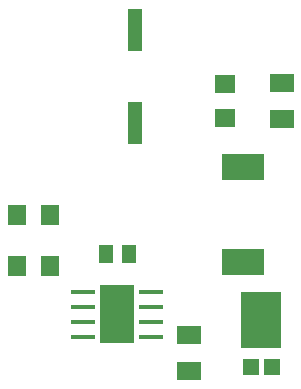
<source format=gtp>
G75*
%MOIN*%
%OFA0B0*%
%FSLAX24Y24*%
%IPPOS*%
%LPD*%
%AMOC8*
5,1,8,0,0,1.08239X$1,22.5*
%
%ADD10R,0.0787X0.0591*%
%ADD11R,0.0512X0.0630*%
%ADD12R,0.0630X0.0710*%
%ADD13R,0.0710X0.0630*%
%ADD14R,0.1157X0.1925*%
%ADD15R,0.0846X0.0177*%
%ADD16R,0.1323X0.1913*%
%ADD17R,0.0551X0.0547*%
%ADD18R,0.1417X0.0906*%
%ADD19R,0.0512X0.1417*%
D10*
X013383Y001189D03*
X013383Y002371D03*
X016483Y009589D03*
X016483Y010771D03*
D11*
X011377Y005080D03*
X010589Y005080D03*
D12*
X007623Y004680D03*
X008743Y004680D03*
X008743Y006380D03*
X007623Y006380D03*
D13*
X014583Y009620D03*
X014583Y010740D03*
D14*
X010983Y003080D03*
D15*
X009851Y002830D03*
X009851Y002330D03*
X009851Y003330D03*
X009851Y003830D03*
X012115Y003830D03*
X012115Y003330D03*
X012115Y002830D03*
X012115Y002330D03*
D16*
X015783Y002880D03*
D17*
X015421Y001312D03*
X016145Y001312D03*
D18*
X015183Y004811D03*
X015183Y007980D03*
D19*
X011583Y009435D03*
X011583Y012535D03*
M02*

</source>
